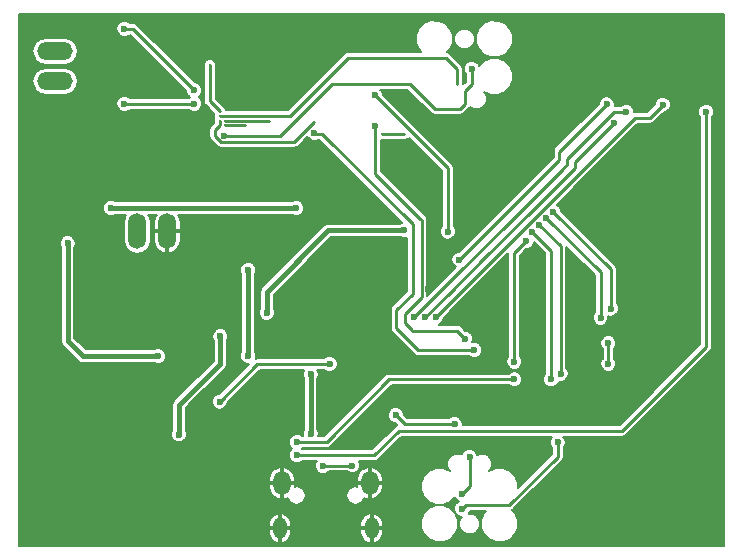
<source format=gbl>
G04 #@! TF.FileFunction,Copper,L2,Bot,Signal*
%FSLAX46Y46*%
G04 Gerber Fmt 4.6, Leading zero omitted, Abs format (unit mm)*
G04 Created by KiCad (PCBNEW 4.0.6+dfsg1-1) date Tue Dec 26 18:50:37 2017*
%MOMM*%
%LPD*%
G01*
G04 APERTURE LIST*
%ADD10C,0.100000*%
%ADD11O,1.450000X2.000000*%
%ADD12O,1.150000X1.800000*%
%ADD13O,1.510000X3.010000*%
%ADD14O,3.010000X1.510000*%
%ADD15C,0.600000*%
%ADD16C,0.300000*%
%ADD17C,0.250000*%
%ADD18C,0.400000*%
%ADD19C,0.150000*%
G04 APERTURE END LIST*
D10*
D11*
X50375000Y-177725000D03*
X57825000Y-177725000D03*
D12*
X50225000Y-181525000D03*
X57975000Y-181525000D03*
D13*
X38125000Y-156400000D03*
X40665000Y-156400000D03*
D14*
X31175000Y-143700000D03*
X31175000Y-141160000D03*
D15*
X69480000Y-153300000D03*
X67940000Y-151080000D03*
X68710000Y-174570000D03*
X61710000Y-174570000D03*
X62750000Y-161270000D03*
X63130000Y-157130000D03*
X63120000Y-154610000D03*
D16*
X45520000Y-147030000D03*
X49320000Y-147030000D03*
D15*
X47525000Y-159675000D03*
X47525000Y-166950000D03*
X51600000Y-154430000D03*
X35910000Y-154430000D03*
X39900000Y-166975000D03*
X32225000Y-157400000D03*
X52800000Y-168500000D03*
X52800000Y-173525000D03*
D16*
X45120000Y-146230000D03*
X44280000Y-142330000D03*
D15*
X45170000Y-165280000D03*
X41660000Y-173600000D03*
X60750000Y-156325000D03*
X49100000Y-163300000D03*
X56325000Y-176225000D03*
X53850000Y-176250000D03*
X54425000Y-167650000D03*
X45100000Y-170825000D03*
D16*
X65190000Y-143920000D03*
X45120000Y-146630000D03*
X48860000Y-146630000D03*
X45520000Y-147430000D03*
X47270000Y-147430000D03*
D15*
X37040000Y-145600000D03*
X42950000Y-145600000D03*
X37040000Y-139250000D03*
X42950000Y-144460000D03*
X86290000Y-146290000D03*
X51650000Y-175340000D03*
X65000000Y-172730000D03*
X60020000Y-171960000D03*
X77875000Y-145650000D03*
X65400000Y-158800000D03*
X79550000Y-146300000D03*
X61575000Y-163675000D03*
X78475000Y-147250000D03*
X62525000Y-163675000D03*
X82625000Y-145675000D03*
X63400000Y-163675000D03*
X58250000Y-147450000D03*
X65875000Y-165475000D03*
X53100000Y-148050000D03*
X66675000Y-166450000D03*
X65640000Y-178625000D03*
X66270000Y-175470000D03*
X65640000Y-179895000D03*
X73720000Y-174270000D03*
X70060000Y-168940000D03*
X51660000Y-174240000D03*
X71550000Y-156425000D03*
X73160000Y-168940000D03*
X72150000Y-155850000D03*
X73970000Y-168460000D03*
X58250000Y-144875000D03*
X64425000Y-156425000D03*
X71050000Y-157250000D03*
X70050000Y-167450000D03*
X78020000Y-167620000D03*
X78020000Y-165860000D03*
X72750000Y-155275000D03*
X77350000Y-163725000D03*
X73325000Y-154725000D03*
X78225000Y-162950000D03*
D16*
X45120000Y-147030000D03*
X60720000Y-148160000D03*
X58890000Y-148160000D03*
X53100000Y-147150000D03*
D15*
X66460000Y-142650000D03*
X45480000Y-148310000D03*
D17*
X69480000Y-152620000D02*
X69480000Y-153300000D01*
X67940000Y-151080000D02*
X69480000Y-152620000D01*
X61710000Y-174570000D02*
X68710000Y-174570000D01*
X63130000Y-160890000D02*
X63130000Y-157130000D01*
X62750000Y-161270000D02*
X63130000Y-160890000D01*
X63130000Y-157130000D02*
X63120000Y-157120000D01*
X63120000Y-157120000D02*
X63120000Y-154610000D01*
X46880000Y-147030000D02*
X49320000Y-147030000D01*
X45520000Y-147030000D02*
X46880000Y-147030000D01*
D18*
X47525000Y-166950000D02*
X47525000Y-159675000D01*
X35910000Y-154430000D02*
X51600000Y-154430000D01*
X32225000Y-157400000D02*
X32225000Y-165675000D01*
X33525000Y-166975000D02*
X39900000Y-166975000D01*
X32225000Y-165675000D02*
X33525000Y-166975000D01*
X52800000Y-173525000D02*
X52800000Y-168500000D01*
D17*
X44280000Y-145390000D02*
X44280000Y-142330000D01*
X44280000Y-145390000D02*
X45120000Y-146230000D01*
D18*
X45170000Y-167610000D02*
X45170000Y-165280000D01*
X41660000Y-171120000D02*
X45170000Y-167610000D01*
X41660000Y-173600000D02*
X41660000Y-171120000D01*
X54300000Y-156325000D02*
X60750000Y-156325000D01*
X49100000Y-161525000D02*
X54300000Y-156325000D01*
X49100000Y-163300000D02*
X49100000Y-161525000D01*
D17*
X53875000Y-176225000D02*
X56325000Y-176225000D01*
X53850000Y-176250000D02*
X53875000Y-176225000D01*
X54425000Y-167650000D02*
X48275000Y-167650000D01*
X48275000Y-167650000D02*
X45100000Y-170825000D01*
X48860000Y-146630000D02*
X51060000Y-146630000D01*
X65190000Y-142630000D02*
X65190000Y-143920000D01*
X64260000Y-141700000D02*
X65190000Y-142630000D01*
X55990000Y-141700000D02*
X64260000Y-141700000D01*
X51060000Y-146630000D02*
X55990000Y-141700000D01*
X47110000Y-146630000D02*
X48860000Y-146630000D01*
X45920000Y-146630000D02*
X47110000Y-146630000D01*
X45920000Y-146630000D02*
X45120000Y-146630000D01*
X47270000Y-147430000D02*
X45520000Y-147430000D01*
X42950000Y-145600000D02*
X37040000Y-145600000D01*
X37740000Y-139250000D02*
X37040000Y-139250000D01*
X42950000Y-144460000D02*
X37740000Y-139250000D01*
X86290000Y-166180000D02*
X86290000Y-146290000D01*
X79190000Y-173280000D02*
X86290000Y-166180000D01*
X60270000Y-173280000D02*
X79190000Y-173280000D01*
X58210000Y-175340000D02*
X60270000Y-173280000D01*
X51650000Y-175340000D02*
X58210000Y-175340000D01*
X60790000Y-172730000D02*
X65000000Y-172730000D01*
X60020000Y-171960000D02*
X60790000Y-172730000D01*
X73875000Y-149650000D02*
X77875000Y-145650000D01*
X73875000Y-150325000D02*
X73875000Y-149650000D01*
X68075000Y-156125000D02*
X73875000Y-150325000D01*
X65400000Y-158800000D02*
X68075000Y-156125000D01*
X78475000Y-146300000D02*
X79550000Y-146300000D01*
X74525000Y-150250000D02*
X78475000Y-146300000D01*
X74525000Y-150725000D02*
X74525000Y-150250000D01*
X74050000Y-151200000D02*
X74525000Y-150725000D01*
X69575000Y-155675000D02*
X74050000Y-151200000D01*
X65225000Y-160025000D02*
X69575000Y-155675000D01*
X61575000Y-163675000D02*
X65225000Y-160025000D01*
X75200000Y-150525000D02*
X78475000Y-147250000D01*
X75200000Y-151000000D02*
X75200000Y-150525000D01*
X74925000Y-151275000D02*
X75200000Y-151000000D01*
X71650000Y-154550000D02*
X74925000Y-151275000D01*
X67525000Y-158675000D02*
X71650000Y-154550000D01*
X64575000Y-161625000D02*
X67525000Y-158675000D01*
X62525000Y-163675000D02*
X64575000Y-161625000D01*
X81500000Y-146800000D02*
X82625000Y-145675000D01*
X80275000Y-146800000D02*
X81500000Y-146800000D01*
X78650000Y-148425000D02*
X80275000Y-146800000D01*
X75775000Y-151300000D02*
X78650000Y-148425000D01*
X73250000Y-153825000D02*
X75775000Y-151300000D01*
X70350000Y-156725000D02*
X73250000Y-153825000D01*
X66525000Y-160550000D02*
X70350000Y-156725000D01*
X64525000Y-162550000D02*
X66525000Y-160550000D01*
X63400000Y-163675000D02*
X64525000Y-162550000D01*
X61387500Y-164762500D02*
X61425000Y-164800000D01*
X65200000Y-164800000D02*
X65875000Y-165475000D01*
X61425000Y-164800000D02*
X65200000Y-164800000D01*
X61387500Y-164762500D02*
X60800000Y-164175000D01*
X60800000Y-164175000D02*
X60800000Y-164050000D01*
X60800000Y-163400000D02*
X60800000Y-164050000D01*
X62050000Y-155325000D02*
X62200000Y-155475000D01*
X58250000Y-147450000D02*
X58250000Y-150525000D01*
X58250000Y-150525000D02*
X58250000Y-151525000D01*
X58250000Y-151525000D02*
X62050000Y-155325000D01*
X62200000Y-162000000D02*
X60800000Y-163400000D01*
X62200000Y-161975000D02*
X62200000Y-162000000D01*
X62200000Y-155475000D02*
X62200000Y-161975000D01*
X53765000Y-148140000D02*
X61437500Y-155812500D01*
X53190000Y-148140000D02*
X53765000Y-148140000D01*
X53100000Y-148050000D02*
X53190000Y-148140000D01*
X61437500Y-155812500D02*
X61500000Y-155875000D01*
X61500000Y-155875000D02*
X61500000Y-161675000D01*
X61925000Y-166450000D02*
X66675000Y-166450000D01*
X61500000Y-161675000D02*
X60075000Y-163100000D01*
X60075000Y-164600000D02*
X61150000Y-165675000D01*
X60075000Y-164550000D02*
X60075000Y-164600000D01*
X60075000Y-163100000D02*
X60075000Y-164550000D01*
X61150000Y-165675000D02*
X61925000Y-166450000D01*
X61500000Y-161675000D02*
X61500000Y-161700000D01*
X61437500Y-155812500D02*
X61475000Y-155850000D01*
X66270000Y-177995000D02*
X66270000Y-175470000D01*
X66270000Y-177995000D02*
X65640000Y-178625000D01*
X73720000Y-175480000D02*
X73720000Y-174270000D01*
X69620000Y-179580000D02*
X73720000Y-175480000D01*
X65955000Y-179580000D02*
X69620000Y-179580000D01*
X65955000Y-179580000D02*
X65640000Y-179895000D01*
X59470000Y-168940000D02*
X70060000Y-168940000D01*
X54170000Y-174240000D02*
X59470000Y-168940000D01*
X51660000Y-174240000D02*
X54170000Y-174240000D01*
X73160000Y-158035000D02*
X73160000Y-168940000D01*
X73160000Y-158035000D02*
X71550000Y-156425000D01*
X73970000Y-157670000D02*
X73970000Y-168460000D01*
X73970000Y-157670000D02*
X72150000Y-155850000D01*
X64425000Y-151050000D02*
X58250000Y-144875000D01*
X64425000Y-156425000D02*
X64425000Y-151050000D01*
X70050000Y-158250000D02*
X71050000Y-157250000D01*
X70050000Y-167450000D02*
X70050000Y-158250000D01*
X78020000Y-165860000D02*
X78020000Y-167620000D01*
X77350000Y-159875000D02*
X72750000Y-155275000D01*
X77350000Y-163725000D02*
X77350000Y-159875000D01*
X78225000Y-159625000D02*
X73325000Y-154725000D01*
X78225000Y-162950000D02*
X78225000Y-159625000D01*
X58890000Y-148160000D02*
X60720000Y-148160000D01*
X51440000Y-148810000D02*
X53100000Y-147150000D01*
X45240000Y-148810000D02*
X51440000Y-148810000D01*
X44720000Y-148290000D02*
X45240000Y-148810000D01*
X44720000Y-147830000D02*
X44720000Y-148290000D01*
X45120000Y-147430000D02*
X44720000Y-147830000D01*
X45120000Y-147430000D02*
X45120000Y-147030000D01*
X66460000Y-143920000D02*
X66460000Y-142650000D01*
X65870000Y-144510000D02*
X66460000Y-143920000D01*
X65870000Y-145590000D02*
X65870000Y-144510000D01*
X65420000Y-146040000D02*
X65870000Y-145590000D01*
X63330000Y-146040000D02*
X65420000Y-146040000D01*
X61180000Y-143890000D02*
X63330000Y-146040000D01*
X54640000Y-143890000D02*
X61180000Y-143890000D01*
X50220000Y-148310000D02*
X54640000Y-143890000D01*
X48960000Y-148310000D02*
X50220000Y-148310000D01*
X45480000Y-148310000D02*
X48960000Y-148310000D01*
D19*
G36*
X87820000Y-183020000D02*
X28080000Y-183020000D01*
X28080000Y-181600000D01*
X49275000Y-181600000D01*
X49275000Y-181925000D01*
X49376016Y-182282840D01*
X49606282Y-182574784D01*
X49930742Y-182756386D01*
X50002774Y-182773643D01*
X50150000Y-182702959D01*
X50150000Y-181600000D01*
X50300000Y-181600000D01*
X50300000Y-182702959D01*
X50447226Y-182773643D01*
X50519258Y-182756386D01*
X50843718Y-182574784D01*
X51073984Y-182282840D01*
X51175000Y-181925000D01*
X51175000Y-181600000D01*
X57025000Y-181600000D01*
X57025000Y-181925000D01*
X57126016Y-182282840D01*
X57356282Y-182574784D01*
X57680742Y-182756386D01*
X57752774Y-182773643D01*
X57900000Y-182702959D01*
X57900000Y-181600000D01*
X58050000Y-181600000D01*
X58050000Y-182702959D01*
X58197226Y-182773643D01*
X58269258Y-182756386D01*
X58593718Y-182574784D01*
X58823984Y-182282840D01*
X58925000Y-181925000D01*
X58925000Y-181600000D01*
X58050000Y-181600000D01*
X57900000Y-181600000D01*
X57025000Y-181600000D01*
X51175000Y-181600000D01*
X50300000Y-181600000D01*
X50150000Y-181600000D01*
X49275000Y-181600000D01*
X28080000Y-181600000D01*
X28080000Y-181474427D01*
X62172280Y-181474427D01*
X62409647Y-182048900D01*
X62848788Y-182488808D01*
X63422846Y-182727178D01*
X64044427Y-182727720D01*
X64618900Y-182490353D01*
X65058808Y-182051212D01*
X65297178Y-181477154D01*
X65297720Y-180855573D01*
X65060353Y-180281100D01*
X64621212Y-179841192D01*
X64047154Y-179602822D01*
X63425573Y-179602280D01*
X62851100Y-179839647D01*
X62411192Y-180278788D01*
X62172822Y-180852846D01*
X62172280Y-181474427D01*
X28080000Y-181474427D01*
X28080000Y-181125000D01*
X49275000Y-181125000D01*
X49275000Y-181450000D01*
X50150000Y-181450000D01*
X50150000Y-180347041D01*
X50300000Y-180347041D01*
X50300000Y-181450000D01*
X51175000Y-181450000D01*
X51175000Y-181125000D01*
X57025000Y-181125000D01*
X57025000Y-181450000D01*
X57900000Y-181450000D01*
X57900000Y-180347041D01*
X58050000Y-180347041D01*
X58050000Y-181450000D01*
X58925000Y-181450000D01*
X58925000Y-181125000D01*
X58823984Y-180767160D01*
X58593718Y-180475216D01*
X58269258Y-180293614D01*
X58197226Y-180276357D01*
X58050000Y-180347041D01*
X57900000Y-180347041D01*
X57752774Y-180276357D01*
X57680742Y-180293614D01*
X57356282Y-180475216D01*
X57126016Y-180767160D01*
X57025000Y-181125000D01*
X51175000Y-181125000D01*
X51073984Y-180767160D01*
X50843718Y-180475216D01*
X50519258Y-180293614D01*
X50447226Y-180276357D01*
X50300000Y-180347041D01*
X50150000Y-180347041D01*
X50002774Y-180276357D01*
X49930742Y-180293614D01*
X49606282Y-180475216D01*
X49376016Y-180767160D01*
X49275000Y-181125000D01*
X28080000Y-181125000D01*
X28080000Y-177800000D01*
X49275000Y-177800000D01*
X49275000Y-178075000D01*
X49387434Y-178490243D01*
X49650216Y-178830851D01*
X50023340Y-179044969D01*
X50129246Y-179072196D01*
X50300000Y-179003451D01*
X50300000Y-177800000D01*
X50450000Y-177800000D01*
X50450000Y-179003451D01*
X50620754Y-179072196D01*
X50726660Y-179044969D01*
X50849496Y-178974480D01*
X50868810Y-179071580D01*
X51036809Y-179323008D01*
X51288237Y-179491007D01*
X51584817Y-179550000D01*
X51615183Y-179550000D01*
X51911763Y-179491007D01*
X52163191Y-179323008D01*
X52331190Y-179071580D01*
X52390183Y-178775000D01*
X55809817Y-178775000D01*
X55868810Y-179071580D01*
X56036809Y-179323008D01*
X56288237Y-179491007D01*
X56584817Y-179550000D01*
X56615183Y-179550000D01*
X56911763Y-179491007D01*
X57163191Y-179323008D01*
X57331190Y-179071580D01*
X57350504Y-178974480D01*
X57473340Y-179044969D01*
X57579246Y-179072196D01*
X57750000Y-179003451D01*
X57750000Y-177800000D01*
X57900000Y-177800000D01*
X57900000Y-179003451D01*
X58070754Y-179072196D01*
X58176660Y-179044969D01*
X58549784Y-178830851D01*
X58812566Y-178490243D01*
X58925000Y-178075000D01*
X58925000Y-177800000D01*
X57900000Y-177800000D01*
X57750000Y-177800000D01*
X56725000Y-177800000D01*
X56725000Y-178021844D01*
X56615183Y-178000000D01*
X56584817Y-178000000D01*
X56288237Y-178058993D01*
X56036809Y-178226992D01*
X55868810Y-178478420D01*
X55809817Y-178775000D01*
X52390183Y-178775000D01*
X52331190Y-178478420D01*
X52163191Y-178226992D01*
X51911763Y-178058993D01*
X51615183Y-178000000D01*
X51584817Y-178000000D01*
X51475000Y-178021844D01*
X51475000Y-177800000D01*
X50450000Y-177800000D01*
X50300000Y-177800000D01*
X49275000Y-177800000D01*
X28080000Y-177800000D01*
X28080000Y-177375000D01*
X49275000Y-177375000D01*
X49275000Y-177650000D01*
X50300000Y-177650000D01*
X50300000Y-176446549D01*
X50450000Y-176446549D01*
X50450000Y-177650000D01*
X51475000Y-177650000D01*
X51475000Y-177375000D01*
X56725000Y-177375000D01*
X56725000Y-177650000D01*
X57750000Y-177650000D01*
X57750000Y-176446549D01*
X57900000Y-176446549D01*
X57900000Y-177650000D01*
X58925000Y-177650000D01*
X58925000Y-177375000D01*
X58812566Y-176959757D01*
X58549784Y-176619149D01*
X58176660Y-176405031D01*
X58070754Y-176377804D01*
X57900000Y-176446549D01*
X57750000Y-176446549D01*
X57579246Y-176377804D01*
X57473340Y-176405031D01*
X57100216Y-176619149D01*
X56837434Y-176959757D01*
X56725000Y-177375000D01*
X51475000Y-177375000D01*
X51362566Y-176959757D01*
X51099784Y-176619149D01*
X50726660Y-176405031D01*
X50620754Y-176377804D01*
X50450000Y-176446549D01*
X50300000Y-176446549D01*
X50129246Y-176377804D01*
X50023340Y-176405031D01*
X49650216Y-176619149D01*
X49387434Y-176959757D01*
X49275000Y-177375000D01*
X28080000Y-177375000D01*
X28080000Y-173733677D01*
X40984883Y-173733677D01*
X41087429Y-173981857D01*
X41277144Y-174171903D01*
X41525145Y-174274883D01*
X41793677Y-174275117D01*
X42041857Y-174172571D01*
X42231903Y-173982856D01*
X42334883Y-173734855D01*
X42335117Y-173466323D01*
X42235000Y-173224022D01*
X42235000Y-171358172D01*
X42634495Y-170958677D01*
X44424883Y-170958677D01*
X44527429Y-171206857D01*
X44717144Y-171396903D01*
X44965145Y-171499883D01*
X45233677Y-171500117D01*
X45481857Y-171397571D01*
X45671903Y-171207856D01*
X45774883Y-170959855D01*
X45774973Y-170857133D01*
X48482106Y-168150000D01*
X52214454Y-168150000D01*
X52125117Y-168365145D01*
X52124883Y-168633677D01*
X52225000Y-168875978D01*
X52225000Y-173149602D01*
X52125117Y-173390145D01*
X52124883Y-173658677D01*
X52158485Y-173740000D01*
X52114634Y-173740000D01*
X52042856Y-173668097D01*
X51794855Y-173565117D01*
X51526323Y-173564883D01*
X51278143Y-173667429D01*
X51088097Y-173857144D01*
X50985117Y-174105145D01*
X50984883Y-174373677D01*
X51087429Y-174621857D01*
X51250414Y-174785127D01*
X51078097Y-174957144D01*
X50975117Y-175205145D01*
X50974883Y-175473677D01*
X51077429Y-175721857D01*
X51267144Y-175911903D01*
X51515145Y-176014883D01*
X51783677Y-176015117D01*
X52031857Y-175912571D01*
X52104555Y-175840000D01*
X53305288Y-175840000D01*
X53278097Y-175867144D01*
X53175117Y-176115145D01*
X53174883Y-176383677D01*
X53277429Y-176631857D01*
X53467144Y-176821903D01*
X53715145Y-176924883D01*
X53983677Y-176925117D01*
X54231857Y-176822571D01*
X54329598Y-176725000D01*
X55870366Y-176725000D01*
X55942144Y-176796903D01*
X56190145Y-176899883D01*
X56458677Y-176900117D01*
X56706857Y-176797571D01*
X56896903Y-176607856D01*
X56999883Y-176359855D01*
X57000117Y-176091323D01*
X56897571Y-175843143D01*
X56894433Y-175840000D01*
X58210000Y-175840000D01*
X58401342Y-175801940D01*
X58563553Y-175693553D01*
X60477106Y-173780000D01*
X73255428Y-173780000D01*
X73148097Y-173887144D01*
X73045117Y-174135145D01*
X73044883Y-174403677D01*
X73147429Y-174651857D01*
X73220000Y-174724555D01*
X73220000Y-175272893D01*
X70377341Y-178115553D01*
X70377720Y-177680573D01*
X70140353Y-177106100D01*
X69701212Y-176666192D01*
X69127154Y-176427822D01*
X68505573Y-176427280D01*
X67950049Y-176656818D01*
X68028374Y-176578629D01*
X68161148Y-176258873D01*
X68161451Y-175912646D01*
X68029234Y-175592659D01*
X67784629Y-175347626D01*
X67464873Y-175214852D01*
X67118646Y-175214549D01*
X66927445Y-175293552D01*
X66842571Y-175088143D01*
X66652856Y-174898097D01*
X66404855Y-174795117D01*
X66136323Y-174794883D01*
X65888143Y-174897429D01*
X65698097Y-175087144D01*
X65613861Y-175290005D01*
X65432873Y-175214852D01*
X65086646Y-175214549D01*
X64766659Y-175346766D01*
X64521626Y-175591371D01*
X64388852Y-175911127D01*
X64388549Y-176257354D01*
X64520766Y-176577341D01*
X64601143Y-176657859D01*
X64047154Y-176427822D01*
X63425573Y-176427280D01*
X62851100Y-176664647D01*
X62411192Y-177103788D01*
X62172822Y-177677846D01*
X62172280Y-178299427D01*
X62409647Y-178873900D01*
X62848788Y-179313808D01*
X63422846Y-179552178D01*
X64044427Y-179552720D01*
X64618900Y-179315353D01*
X65026694Y-178908270D01*
X65067429Y-179006857D01*
X65257144Y-179196903D01*
X65409165Y-179260028D01*
X65258143Y-179322429D01*
X65068097Y-179512144D01*
X64965117Y-179760145D01*
X64964883Y-180028677D01*
X65067429Y-180276857D01*
X65257144Y-180466903D01*
X65505145Y-180569883D01*
X65639175Y-180570000D01*
X65537626Y-180671371D01*
X65404852Y-180991127D01*
X65404549Y-181337354D01*
X65536766Y-181657341D01*
X65781371Y-181902374D01*
X66101127Y-182035148D01*
X66447354Y-182035451D01*
X66767341Y-181903234D01*
X67012374Y-181658629D01*
X67145148Y-181338873D01*
X67145451Y-180992646D01*
X67013234Y-180672659D01*
X66768629Y-180427626D01*
X66448873Y-180294852D01*
X66195100Y-180294630D01*
X66211903Y-180277856D01*
X66294061Y-180080000D01*
X67690327Y-180080000D01*
X67491192Y-180278788D01*
X67252822Y-180852846D01*
X67252280Y-181474427D01*
X67489647Y-182048900D01*
X67928788Y-182488808D01*
X68502846Y-182727178D01*
X69124427Y-182727720D01*
X69698900Y-182490353D01*
X70138808Y-182051212D01*
X70377178Y-181477154D01*
X70377720Y-180855573D01*
X70140353Y-180281100D01*
X69865491Y-180005758D01*
X69973553Y-179933553D01*
X74073554Y-175833553D01*
X74146086Y-175725001D01*
X74181940Y-175671342D01*
X74220000Y-175480000D01*
X74220000Y-174724634D01*
X74291903Y-174652856D01*
X74394883Y-174404855D01*
X74395117Y-174136323D01*
X74292571Y-173888143D01*
X74184616Y-173780000D01*
X79190000Y-173780000D01*
X79381342Y-173741940D01*
X79543553Y-173633553D01*
X86643553Y-166533554D01*
X86751940Y-166371342D01*
X86771080Y-166275117D01*
X86790000Y-166180000D01*
X86790000Y-146744634D01*
X86861903Y-146672856D01*
X86964883Y-146424855D01*
X86965117Y-146156323D01*
X86862571Y-145908143D01*
X86672856Y-145718097D01*
X86424855Y-145615117D01*
X86156323Y-145614883D01*
X85908143Y-145717429D01*
X85718097Y-145907144D01*
X85615117Y-146155145D01*
X85614883Y-146423677D01*
X85717429Y-146671857D01*
X85790000Y-146744555D01*
X85790000Y-165972893D01*
X78982894Y-172780000D01*
X65674957Y-172780000D01*
X65675117Y-172596323D01*
X65572571Y-172348143D01*
X65382856Y-172158097D01*
X65134855Y-172055117D01*
X64866323Y-172054883D01*
X64618143Y-172157429D01*
X64545445Y-172230000D01*
X60997107Y-172230000D01*
X60695028Y-171927922D01*
X60695117Y-171826323D01*
X60592571Y-171578143D01*
X60402856Y-171388097D01*
X60154855Y-171285117D01*
X59886323Y-171284883D01*
X59638143Y-171387429D01*
X59448097Y-171577144D01*
X59345117Y-171825145D01*
X59344883Y-172093677D01*
X59447429Y-172341857D01*
X59637144Y-172531903D01*
X59885145Y-172634883D01*
X59987866Y-172634973D01*
X60155641Y-172802747D01*
X60078658Y-172818060D01*
X59916447Y-172926447D01*
X58002894Y-174840000D01*
X52104634Y-174840000D01*
X52059586Y-174794873D01*
X52114555Y-174740000D01*
X54170000Y-174740000D01*
X54361342Y-174701940D01*
X54523553Y-174593553D01*
X59677106Y-169440000D01*
X69605366Y-169440000D01*
X69677144Y-169511903D01*
X69925145Y-169614883D01*
X70193677Y-169615117D01*
X70441857Y-169512571D01*
X70631903Y-169322856D01*
X70734883Y-169074855D01*
X70735117Y-168806323D01*
X70632571Y-168558143D01*
X70442856Y-168368097D01*
X70194855Y-168265117D01*
X69926323Y-168264883D01*
X69678143Y-168367429D01*
X69605445Y-168440000D01*
X59470000Y-168440000D01*
X59278658Y-168478060D01*
X59116447Y-168586447D01*
X53962894Y-173740000D01*
X53441604Y-173740000D01*
X53474883Y-173659855D01*
X53475117Y-173391323D01*
X53375000Y-173149022D01*
X53375000Y-168875398D01*
X53474883Y-168634855D01*
X53475117Y-168366323D01*
X53385734Y-168150000D01*
X53970366Y-168150000D01*
X54042144Y-168221903D01*
X54290145Y-168324883D01*
X54558677Y-168325117D01*
X54806857Y-168222571D01*
X54996903Y-168032856D01*
X55099883Y-167784855D01*
X55100117Y-167516323D01*
X54997571Y-167268143D01*
X54807856Y-167078097D01*
X54559855Y-166975117D01*
X54291323Y-166974883D01*
X54043143Y-167077429D01*
X53970445Y-167150000D01*
X48275000Y-167150000D01*
X48163634Y-167172152D01*
X48199883Y-167084855D01*
X48200117Y-166816323D01*
X48100000Y-166574022D01*
X48100000Y-160050398D01*
X48199883Y-159809855D01*
X48200117Y-159541323D01*
X48097571Y-159293143D01*
X47907856Y-159103097D01*
X47659855Y-159000117D01*
X47391323Y-158999883D01*
X47143143Y-159102429D01*
X46953097Y-159292144D01*
X46850117Y-159540145D01*
X46849883Y-159808677D01*
X46950000Y-160050978D01*
X46950000Y-166574602D01*
X46850117Y-166815145D01*
X46849883Y-167083677D01*
X46952429Y-167331857D01*
X47142144Y-167521903D01*
X47390145Y-167624883D01*
X47592834Y-167625060D01*
X45067922Y-170149972D01*
X44966323Y-170149883D01*
X44718143Y-170252429D01*
X44528097Y-170442144D01*
X44425117Y-170690145D01*
X44424883Y-170958677D01*
X42634495Y-170958677D01*
X45576587Y-168016586D01*
X45701231Y-167830043D01*
X45745000Y-167610000D01*
X45745000Y-165655398D01*
X45844883Y-165414855D01*
X45845117Y-165146323D01*
X45742571Y-164898143D01*
X45552856Y-164708097D01*
X45304855Y-164605117D01*
X45036323Y-164604883D01*
X44788143Y-164707429D01*
X44598097Y-164897144D01*
X44495117Y-165145145D01*
X44494883Y-165413677D01*
X44595000Y-165655978D01*
X44595000Y-167371827D01*
X41253414Y-170713414D01*
X41128769Y-170899957D01*
X41085000Y-171120000D01*
X41085000Y-173224602D01*
X40985117Y-173465145D01*
X40984883Y-173733677D01*
X28080000Y-173733677D01*
X28080000Y-157533677D01*
X31549883Y-157533677D01*
X31650000Y-157775978D01*
X31650000Y-165675000D01*
X31686372Y-165857856D01*
X31693769Y-165895043D01*
X31818414Y-166081586D01*
X33118414Y-167381587D01*
X33267542Y-167481231D01*
X33304957Y-167506231D01*
X33525000Y-167550000D01*
X39524602Y-167550000D01*
X39765145Y-167649883D01*
X40033677Y-167650117D01*
X40281857Y-167547571D01*
X40471903Y-167357856D01*
X40574883Y-167109855D01*
X40575117Y-166841323D01*
X40472571Y-166593143D01*
X40282856Y-166403097D01*
X40034855Y-166300117D01*
X39766323Y-166299883D01*
X39524022Y-166400000D01*
X33763173Y-166400000D01*
X32800000Y-165436828D01*
X32800000Y-157775398D01*
X32899883Y-157534855D01*
X32900117Y-157266323D01*
X32797571Y-157018143D01*
X32607856Y-156828097D01*
X32359855Y-156725117D01*
X32091323Y-156724883D01*
X31843143Y-156827429D01*
X31653097Y-157017144D01*
X31550117Y-157265145D01*
X31549883Y-157533677D01*
X28080000Y-157533677D01*
X28080000Y-154563677D01*
X35234883Y-154563677D01*
X35337429Y-154811857D01*
X35527144Y-155001903D01*
X35775145Y-155104883D01*
X36043677Y-155105117D01*
X36285978Y-155005000D01*
X37198439Y-155005000D01*
X37081016Y-155180737D01*
X36995000Y-155613169D01*
X36995000Y-157186831D01*
X37081016Y-157619263D01*
X37325969Y-157985862D01*
X37692568Y-158230815D01*
X38125000Y-158316831D01*
X38557432Y-158230815D01*
X38924031Y-157985862D01*
X39168984Y-157619263D01*
X39255000Y-157186831D01*
X39255000Y-156475000D01*
X39535000Y-156475000D01*
X39535000Y-157225000D01*
X39649717Y-157651723D01*
X39919002Y-158002064D01*
X40301858Y-158222686D01*
X40414542Y-158251894D01*
X40590000Y-158183532D01*
X40590000Y-156475000D01*
X40740000Y-156475000D01*
X40740000Y-158183532D01*
X40915458Y-158251894D01*
X41028142Y-158222686D01*
X41410998Y-158002064D01*
X41680283Y-157651723D01*
X41795000Y-157225000D01*
X41795000Y-156475000D01*
X40740000Y-156475000D01*
X40590000Y-156475000D01*
X39535000Y-156475000D01*
X39255000Y-156475000D01*
X39255000Y-155613169D01*
X39168984Y-155180737D01*
X39051561Y-155005000D01*
X39759845Y-155005000D01*
X39649717Y-155148277D01*
X39535000Y-155575000D01*
X39535000Y-156325000D01*
X40590000Y-156325000D01*
X40590000Y-156305000D01*
X40740000Y-156305000D01*
X40740000Y-156325000D01*
X41795000Y-156325000D01*
X41795000Y-155575000D01*
X41680283Y-155148277D01*
X41570155Y-155005000D01*
X51224602Y-155005000D01*
X51465145Y-155104883D01*
X51733677Y-155105117D01*
X51981857Y-155002571D01*
X52171903Y-154812856D01*
X52274883Y-154564855D01*
X52275117Y-154296323D01*
X52172571Y-154048143D01*
X51982856Y-153858097D01*
X51734855Y-153755117D01*
X51466323Y-153754883D01*
X51224022Y-153855000D01*
X36285398Y-153855000D01*
X36044855Y-153755117D01*
X35776323Y-153754883D01*
X35528143Y-153857429D01*
X35338097Y-154047144D01*
X35235117Y-154295145D01*
X35234883Y-154563677D01*
X28080000Y-154563677D01*
X28080000Y-143700000D01*
X29258169Y-143700000D01*
X29344185Y-144132432D01*
X29589138Y-144499031D01*
X29955737Y-144743984D01*
X30388169Y-144830000D01*
X31961831Y-144830000D01*
X32394263Y-144743984D01*
X32760862Y-144499031D01*
X33005815Y-144132432D01*
X33091831Y-143700000D01*
X33005815Y-143267568D01*
X32760862Y-142900969D01*
X32394263Y-142656016D01*
X31961831Y-142570000D01*
X30388169Y-142570000D01*
X29955737Y-142656016D01*
X29589138Y-142900969D01*
X29344185Y-143267568D01*
X29258169Y-143700000D01*
X28080000Y-143700000D01*
X28080000Y-141160000D01*
X29258169Y-141160000D01*
X29344185Y-141592432D01*
X29589138Y-141959031D01*
X29955737Y-142203984D01*
X30388169Y-142290000D01*
X31961831Y-142290000D01*
X32394263Y-142203984D01*
X32760862Y-141959031D01*
X33005815Y-141592432D01*
X33091831Y-141160000D01*
X33005815Y-140727568D01*
X32760862Y-140360969D01*
X32394263Y-140116016D01*
X31961831Y-140030000D01*
X30388169Y-140030000D01*
X29955737Y-140116016D01*
X29589138Y-140360969D01*
X29344185Y-140727568D01*
X29258169Y-141160000D01*
X28080000Y-141160000D01*
X28080000Y-139383677D01*
X36364883Y-139383677D01*
X36467429Y-139631857D01*
X36657144Y-139821903D01*
X36905145Y-139924883D01*
X37173677Y-139925117D01*
X37421857Y-139822571D01*
X37494555Y-139750000D01*
X37532894Y-139750000D01*
X42274972Y-144492078D01*
X42274883Y-144593677D01*
X42377429Y-144841857D01*
X42565406Y-145030162D01*
X42495445Y-145100000D01*
X37494634Y-145100000D01*
X37422856Y-145028097D01*
X37174855Y-144925117D01*
X36906323Y-144924883D01*
X36658143Y-145027429D01*
X36468097Y-145217144D01*
X36365117Y-145465145D01*
X36364883Y-145733677D01*
X36467429Y-145981857D01*
X36657144Y-146171903D01*
X36905145Y-146274883D01*
X37173677Y-146275117D01*
X37421857Y-146172571D01*
X37494555Y-146100000D01*
X42495366Y-146100000D01*
X42567144Y-146171903D01*
X42815145Y-146274883D01*
X43083677Y-146275117D01*
X43331857Y-146172571D01*
X43521903Y-145982856D01*
X43624883Y-145734855D01*
X43625117Y-145466323D01*
X43522571Y-145218143D01*
X43334594Y-145029838D01*
X43521903Y-144842856D01*
X43624883Y-144594855D01*
X43625117Y-144326323D01*
X43522571Y-144078143D01*
X43332856Y-143888097D01*
X43084855Y-143785117D01*
X42982134Y-143785027D01*
X41631078Y-142433971D01*
X43754909Y-142433971D01*
X43780000Y-142494696D01*
X43780000Y-145390000D01*
X43811849Y-145550117D01*
X43818060Y-145581342D01*
X43926447Y-145743553D01*
X44628221Y-146445328D01*
X44595092Y-146525113D01*
X44594909Y-146733971D01*
X44634587Y-146829998D01*
X44595092Y-146925113D01*
X44594909Y-147133971D01*
X44620000Y-147194696D01*
X44620000Y-147222893D01*
X44366447Y-147476447D01*
X44258060Y-147638658D01*
X44220000Y-147830000D01*
X44220000Y-148290000D01*
X44253108Y-148456447D01*
X44258060Y-148481342D01*
X44366447Y-148643553D01*
X44886447Y-149163553D01*
X45048658Y-149271940D01*
X45240000Y-149310000D01*
X51440000Y-149310000D01*
X51631342Y-149271940D01*
X51793553Y-149163553D01*
X52526792Y-148430315D01*
X52527429Y-148431857D01*
X52717144Y-148621903D01*
X52965145Y-148724883D01*
X53233677Y-148725117D01*
X53439676Y-148640000D01*
X53557894Y-148640000D01*
X60581970Y-155664077D01*
X60374022Y-155750000D01*
X54300000Y-155750000D01*
X54079957Y-155793769D01*
X53893414Y-155918413D01*
X48693414Y-161118414D01*
X48568769Y-161304957D01*
X48525000Y-161525000D01*
X48525000Y-162924602D01*
X48425117Y-163165145D01*
X48424883Y-163433677D01*
X48527429Y-163681857D01*
X48717144Y-163871903D01*
X48965145Y-163974883D01*
X49233677Y-163975117D01*
X49481857Y-163872571D01*
X49671903Y-163682856D01*
X49774883Y-163434855D01*
X49775117Y-163166323D01*
X49675000Y-162924022D01*
X49675000Y-161763172D01*
X54538173Y-156900000D01*
X60374602Y-156900000D01*
X60615145Y-156999883D01*
X60883677Y-157000117D01*
X61000000Y-156952053D01*
X61000000Y-161467893D01*
X59721447Y-162746447D01*
X59613060Y-162908658D01*
X59575000Y-163100000D01*
X59575000Y-164600000D01*
X59604592Y-164748769D01*
X59613060Y-164791342D01*
X59721447Y-164953553D01*
X60796447Y-166028554D01*
X60796450Y-166028556D01*
X61571447Y-166803554D01*
X61626210Y-166840145D01*
X61733658Y-166911940D01*
X61925000Y-166950000D01*
X66220366Y-166950000D01*
X66292144Y-167021903D01*
X66540145Y-167124883D01*
X66808677Y-167125117D01*
X67056857Y-167022571D01*
X67246903Y-166832856D01*
X67349883Y-166584855D01*
X67350117Y-166316323D01*
X67247571Y-166068143D01*
X67057856Y-165878097D01*
X66809855Y-165775117D01*
X66541323Y-165774883D01*
X66468937Y-165804792D01*
X66549883Y-165609855D01*
X66550117Y-165341323D01*
X66447571Y-165093143D01*
X66257856Y-164903097D01*
X66009855Y-164800117D01*
X65907133Y-164800027D01*
X65553553Y-164446447D01*
X65391342Y-164338060D01*
X65200000Y-164300000D01*
X63654969Y-164300000D01*
X63781857Y-164247571D01*
X63971903Y-164057856D01*
X64074883Y-163809855D01*
X64074973Y-163707134D01*
X64878553Y-162903554D01*
X64878555Y-162903551D01*
X69554443Y-158227663D01*
X69550000Y-158250000D01*
X69550000Y-166995366D01*
X69478097Y-167067144D01*
X69375117Y-167315145D01*
X69374883Y-167583677D01*
X69477429Y-167831857D01*
X69667144Y-168021903D01*
X69915145Y-168124883D01*
X70183677Y-168125117D01*
X70431857Y-168022571D01*
X70621903Y-167832856D01*
X70724883Y-167584855D01*
X70725117Y-167316323D01*
X70622571Y-167068143D01*
X70550000Y-166995445D01*
X70550000Y-158457106D01*
X71082078Y-157925028D01*
X71183677Y-157925117D01*
X71431857Y-157822571D01*
X71621903Y-157632856D01*
X71724883Y-157384855D01*
X71724951Y-157307057D01*
X72660000Y-158242107D01*
X72660000Y-168485366D01*
X72588097Y-168557144D01*
X72485117Y-168805145D01*
X72484883Y-169073677D01*
X72587429Y-169321857D01*
X72777144Y-169511903D01*
X73025145Y-169614883D01*
X73293677Y-169615117D01*
X73541857Y-169512571D01*
X73731903Y-169322856D01*
X73813661Y-169125962D01*
X73835145Y-169134883D01*
X74103677Y-169135117D01*
X74351857Y-169032571D01*
X74541903Y-168842856D01*
X74644883Y-168594855D01*
X74645117Y-168326323D01*
X74542571Y-168078143D01*
X74470000Y-168005445D01*
X74470000Y-165993677D01*
X77344883Y-165993677D01*
X77447429Y-166241857D01*
X77520000Y-166314555D01*
X77520000Y-167165366D01*
X77448097Y-167237144D01*
X77345117Y-167485145D01*
X77344883Y-167753677D01*
X77447429Y-168001857D01*
X77637144Y-168191903D01*
X77885145Y-168294883D01*
X78153677Y-168295117D01*
X78401857Y-168192571D01*
X78591903Y-168002856D01*
X78694883Y-167754855D01*
X78695117Y-167486323D01*
X78592571Y-167238143D01*
X78520000Y-167165445D01*
X78520000Y-166314634D01*
X78591903Y-166242856D01*
X78694883Y-165994855D01*
X78695117Y-165726323D01*
X78592571Y-165478143D01*
X78402856Y-165288097D01*
X78154855Y-165185117D01*
X77886323Y-165184883D01*
X77638143Y-165287429D01*
X77448097Y-165477144D01*
X77345117Y-165725145D01*
X77344883Y-165993677D01*
X74470000Y-165993677D01*
X74470000Y-157702106D01*
X76850000Y-160082107D01*
X76850000Y-163270366D01*
X76778097Y-163342144D01*
X76675117Y-163590145D01*
X76674883Y-163858677D01*
X76777429Y-164106857D01*
X76967144Y-164296903D01*
X77215145Y-164399883D01*
X77483677Y-164400117D01*
X77731857Y-164297571D01*
X77921903Y-164107856D01*
X78024883Y-163859855D01*
X78025111Y-163597878D01*
X78090145Y-163624883D01*
X78358677Y-163625117D01*
X78606857Y-163522571D01*
X78796903Y-163332856D01*
X78899883Y-163084855D01*
X78900117Y-162816323D01*
X78797571Y-162568143D01*
X78725000Y-162495445D01*
X78725000Y-159625000D01*
X78686940Y-159433658D01*
X78645676Y-159371903D01*
X78578553Y-159271446D01*
X74000028Y-154692922D01*
X74000117Y-154591323D01*
X73897571Y-154343143D01*
X73707856Y-154153097D01*
X73652143Y-154129963D01*
X76128553Y-151653554D01*
X76128555Y-151653551D01*
X80482106Y-147300000D01*
X81500000Y-147300000D01*
X81691342Y-147261940D01*
X81853553Y-147153553D01*
X82657078Y-146350028D01*
X82758677Y-146350117D01*
X83006857Y-146247571D01*
X83196903Y-146057856D01*
X83299883Y-145809855D01*
X83300117Y-145541323D01*
X83197571Y-145293143D01*
X83007856Y-145103097D01*
X82759855Y-145000117D01*
X82491323Y-144999883D01*
X82243143Y-145102429D01*
X82053097Y-145292144D01*
X81950117Y-145540145D01*
X81950027Y-145642866D01*
X81292894Y-146300000D01*
X80275000Y-146300000D01*
X80224992Y-146309947D01*
X80225117Y-146166323D01*
X80122571Y-145918143D01*
X79932856Y-145728097D01*
X79684855Y-145625117D01*
X79416323Y-145624883D01*
X79168143Y-145727429D01*
X79095445Y-145800000D01*
X78543594Y-145800000D01*
X78549883Y-145784855D01*
X78550117Y-145516323D01*
X78447571Y-145268143D01*
X78257856Y-145078097D01*
X78009855Y-144975117D01*
X77741323Y-144974883D01*
X77493143Y-145077429D01*
X77303097Y-145267144D01*
X77200117Y-145515145D01*
X77200027Y-145617866D01*
X73521447Y-149296447D01*
X73413060Y-149458658D01*
X73375000Y-149650000D01*
X73375000Y-150117893D01*
X67721449Y-155771445D01*
X67721446Y-155771447D01*
X65367922Y-158124972D01*
X65266323Y-158124883D01*
X65018143Y-158227429D01*
X64828097Y-158417144D01*
X64725117Y-158665145D01*
X64724883Y-158933677D01*
X64827429Y-159181857D01*
X65017144Y-159371903D01*
X65125851Y-159417043D01*
X64871450Y-159671444D01*
X64871447Y-159671446D01*
X62700000Y-161842894D01*
X62700000Y-155475000D01*
X62661940Y-155283658D01*
X62553553Y-155121447D01*
X62403556Y-154971450D01*
X62403554Y-154971447D01*
X58750000Y-151317894D01*
X58750000Y-148670328D01*
X58785113Y-148684908D01*
X58993971Y-148685091D01*
X59054696Y-148660000D01*
X60555127Y-148660000D01*
X60615113Y-148684908D01*
X60823971Y-148685091D01*
X61017000Y-148605333D01*
X61145225Y-148477332D01*
X63925000Y-151257107D01*
X63925000Y-155970366D01*
X63853097Y-156042144D01*
X63750117Y-156290145D01*
X63749883Y-156558677D01*
X63852429Y-156806857D01*
X64042144Y-156996903D01*
X64290145Y-157099883D01*
X64558677Y-157100117D01*
X64806857Y-156997571D01*
X64996903Y-156807856D01*
X65099883Y-156559855D01*
X65100117Y-156291323D01*
X64997571Y-156043143D01*
X64925000Y-155970445D01*
X64925000Y-151050000D01*
X64886940Y-150858658D01*
X64853531Y-150808658D01*
X64778554Y-150696447D01*
X58925028Y-144842922D01*
X58925117Y-144741323D01*
X58822571Y-144493143D01*
X58719608Y-144390000D01*
X60972894Y-144390000D01*
X62976446Y-146393553D01*
X63122796Y-146491341D01*
X63138658Y-146501940D01*
X63330000Y-146540000D01*
X65420000Y-146540000D01*
X65611342Y-146501940D01*
X65773553Y-146393553D01*
X66223553Y-145943553D01*
X66279676Y-145859560D01*
X66347371Y-145927374D01*
X66667127Y-146060148D01*
X67013354Y-146060451D01*
X67333341Y-145928234D01*
X67578374Y-145683629D01*
X67711148Y-145363873D01*
X67711451Y-145017646D01*
X67579234Y-144697659D01*
X67498857Y-144617141D01*
X68052846Y-144847178D01*
X68674427Y-144847720D01*
X69248900Y-144610353D01*
X69688808Y-144171212D01*
X69927178Y-143597154D01*
X69927720Y-142975573D01*
X69690353Y-142401100D01*
X69251212Y-141961192D01*
X68677154Y-141722822D01*
X68055573Y-141722280D01*
X67481100Y-141959647D01*
X67073306Y-142366730D01*
X67032571Y-142268143D01*
X66842856Y-142078097D01*
X66594855Y-141975117D01*
X66326323Y-141974883D01*
X66078143Y-142077429D01*
X65888097Y-142267144D01*
X65785117Y-142515145D01*
X65784883Y-142783677D01*
X65887429Y-143031857D01*
X65960000Y-143104555D01*
X65960000Y-143712894D01*
X65714967Y-143957927D01*
X65715091Y-143816029D01*
X65690000Y-143755304D01*
X65690000Y-142630000D01*
X65651940Y-142438658D01*
X65608526Y-142373686D01*
X65543554Y-142276447D01*
X64613553Y-141346447D01*
X64451342Y-141238060D01*
X64380628Y-141223994D01*
X64608808Y-140996212D01*
X64847178Y-140422154D01*
X64847299Y-140282354D01*
X64954549Y-140282354D01*
X65086766Y-140602341D01*
X65331371Y-140847374D01*
X65651127Y-140980148D01*
X65997354Y-140980451D01*
X66317341Y-140848234D01*
X66562374Y-140603629D01*
X66638861Y-140419427D01*
X66802280Y-140419427D01*
X67039647Y-140993900D01*
X67478788Y-141433808D01*
X68052846Y-141672178D01*
X68674427Y-141672720D01*
X69248900Y-141435353D01*
X69688808Y-140996212D01*
X69927178Y-140422154D01*
X69927720Y-139800573D01*
X69690353Y-139226100D01*
X69251212Y-138786192D01*
X68677154Y-138547822D01*
X68055573Y-138547280D01*
X67481100Y-138784647D01*
X67041192Y-139223788D01*
X66802822Y-139797846D01*
X66802280Y-140419427D01*
X66638861Y-140419427D01*
X66695148Y-140283873D01*
X66695451Y-139937646D01*
X66563234Y-139617659D01*
X66318629Y-139372626D01*
X65998873Y-139239852D01*
X65652646Y-139239549D01*
X65332659Y-139371766D01*
X65087626Y-139616371D01*
X64954852Y-139936127D01*
X64954549Y-140282354D01*
X64847299Y-140282354D01*
X64847720Y-139800573D01*
X64610353Y-139226100D01*
X64171212Y-138786192D01*
X63597154Y-138547822D01*
X62975573Y-138547280D01*
X62401100Y-138784647D01*
X61961192Y-139223788D01*
X61722822Y-139797846D01*
X61722280Y-140419427D01*
X61959647Y-140993900D01*
X62165388Y-141200000D01*
X55990000Y-141200000D01*
X55798658Y-141238060D01*
X55636447Y-141346447D01*
X50852894Y-146130000D01*
X49024873Y-146130000D01*
X48964887Y-146105092D01*
X48756029Y-146104909D01*
X48695304Y-146130000D01*
X45645088Y-146130000D01*
X45645091Y-146126029D01*
X45565333Y-145933000D01*
X45417777Y-145785186D01*
X45357096Y-145759989D01*
X44780000Y-145182894D01*
X44780000Y-142494873D01*
X44804908Y-142434887D01*
X44805091Y-142226029D01*
X44725333Y-142033000D01*
X44577777Y-141885186D01*
X44384887Y-141805092D01*
X44176029Y-141804909D01*
X43983000Y-141884667D01*
X43835186Y-142032223D01*
X43755092Y-142225113D01*
X43754909Y-142433971D01*
X41631078Y-142433971D01*
X38093553Y-138896447D01*
X37931342Y-138788060D01*
X37921951Y-138786192D01*
X37740000Y-138750000D01*
X37494634Y-138750000D01*
X37422856Y-138678097D01*
X37174855Y-138575117D01*
X36906323Y-138574883D01*
X36658143Y-138677429D01*
X36468097Y-138867144D01*
X36365117Y-139115145D01*
X36364883Y-139383677D01*
X28080000Y-139383677D01*
X28080000Y-137980000D01*
X87820000Y-137980000D01*
X87820000Y-183020000D01*
X87820000Y-183020000D01*
G37*
X87820000Y-183020000D02*
X28080000Y-183020000D01*
X28080000Y-181600000D01*
X49275000Y-181600000D01*
X49275000Y-181925000D01*
X49376016Y-182282840D01*
X49606282Y-182574784D01*
X49930742Y-182756386D01*
X50002774Y-182773643D01*
X50150000Y-182702959D01*
X50150000Y-181600000D01*
X50300000Y-181600000D01*
X50300000Y-182702959D01*
X50447226Y-182773643D01*
X50519258Y-182756386D01*
X50843718Y-182574784D01*
X51073984Y-182282840D01*
X51175000Y-181925000D01*
X51175000Y-181600000D01*
X57025000Y-181600000D01*
X57025000Y-181925000D01*
X57126016Y-182282840D01*
X57356282Y-182574784D01*
X57680742Y-182756386D01*
X57752774Y-182773643D01*
X57900000Y-182702959D01*
X57900000Y-181600000D01*
X58050000Y-181600000D01*
X58050000Y-182702959D01*
X58197226Y-182773643D01*
X58269258Y-182756386D01*
X58593718Y-182574784D01*
X58823984Y-182282840D01*
X58925000Y-181925000D01*
X58925000Y-181600000D01*
X58050000Y-181600000D01*
X57900000Y-181600000D01*
X57025000Y-181600000D01*
X51175000Y-181600000D01*
X50300000Y-181600000D01*
X50150000Y-181600000D01*
X49275000Y-181600000D01*
X28080000Y-181600000D01*
X28080000Y-181474427D01*
X62172280Y-181474427D01*
X62409647Y-182048900D01*
X62848788Y-182488808D01*
X63422846Y-182727178D01*
X64044427Y-182727720D01*
X64618900Y-182490353D01*
X65058808Y-182051212D01*
X65297178Y-181477154D01*
X65297720Y-180855573D01*
X65060353Y-180281100D01*
X64621212Y-179841192D01*
X64047154Y-179602822D01*
X63425573Y-179602280D01*
X62851100Y-179839647D01*
X62411192Y-180278788D01*
X62172822Y-180852846D01*
X62172280Y-181474427D01*
X28080000Y-181474427D01*
X28080000Y-181125000D01*
X49275000Y-181125000D01*
X49275000Y-181450000D01*
X50150000Y-181450000D01*
X50150000Y-180347041D01*
X50300000Y-180347041D01*
X50300000Y-181450000D01*
X51175000Y-181450000D01*
X51175000Y-181125000D01*
X57025000Y-181125000D01*
X57025000Y-181450000D01*
X57900000Y-181450000D01*
X57900000Y-180347041D01*
X58050000Y-180347041D01*
X58050000Y-181450000D01*
X58925000Y-181450000D01*
X58925000Y-181125000D01*
X58823984Y-180767160D01*
X58593718Y-180475216D01*
X58269258Y-180293614D01*
X58197226Y-180276357D01*
X58050000Y-180347041D01*
X57900000Y-180347041D01*
X57752774Y-180276357D01*
X57680742Y-180293614D01*
X57356282Y-180475216D01*
X57126016Y-180767160D01*
X57025000Y-181125000D01*
X51175000Y-181125000D01*
X51073984Y-180767160D01*
X50843718Y-180475216D01*
X50519258Y-180293614D01*
X50447226Y-180276357D01*
X50300000Y-180347041D01*
X50150000Y-180347041D01*
X50002774Y-180276357D01*
X49930742Y-180293614D01*
X49606282Y-180475216D01*
X49376016Y-180767160D01*
X49275000Y-181125000D01*
X28080000Y-181125000D01*
X28080000Y-177800000D01*
X49275000Y-177800000D01*
X49275000Y-178075000D01*
X49387434Y-178490243D01*
X49650216Y-178830851D01*
X50023340Y-179044969D01*
X50129246Y-179072196D01*
X50300000Y-179003451D01*
X50300000Y-177800000D01*
X50450000Y-177800000D01*
X50450000Y-179003451D01*
X50620754Y-179072196D01*
X50726660Y-179044969D01*
X50849496Y-178974480D01*
X50868810Y-179071580D01*
X51036809Y-179323008D01*
X51288237Y-179491007D01*
X51584817Y-179550000D01*
X51615183Y-179550000D01*
X51911763Y-179491007D01*
X52163191Y-179323008D01*
X52331190Y-179071580D01*
X52390183Y-178775000D01*
X55809817Y-178775000D01*
X55868810Y-179071580D01*
X56036809Y-179323008D01*
X56288237Y-179491007D01*
X56584817Y-179550000D01*
X56615183Y-179550000D01*
X56911763Y-179491007D01*
X57163191Y-179323008D01*
X57331190Y-179071580D01*
X57350504Y-178974480D01*
X57473340Y-179044969D01*
X57579246Y-179072196D01*
X57750000Y-179003451D01*
X57750000Y-177800000D01*
X57900000Y-177800000D01*
X57900000Y-179003451D01*
X58070754Y-179072196D01*
X58176660Y-179044969D01*
X58549784Y-178830851D01*
X58812566Y-178490243D01*
X58925000Y-178075000D01*
X58925000Y-177800000D01*
X57900000Y-177800000D01*
X57750000Y-177800000D01*
X56725000Y-177800000D01*
X56725000Y-178021844D01*
X56615183Y-178000000D01*
X56584817Y-178000000D01*
X56288237Y-178058993D01*
X56036809Y-178226992D01*
X55868810Y-178478420D01*
X55809817Y-178775000D01*
X52390183Y-178775000D01*
X52331190Y-178478420D01*
X52163191Y-178226992D01*
X51911763Y-178058993D01*
X51615183Y-178000000D01*
X51584817Y-178000000D01*
X51475000Y-178021844D01*
X51475000Y-177800000D01*
X50450000Y-177800000D01*
X50300000Y-177800000D01*
X49275000Y-177800000D01*
X28080000Y-177800000D01*
X28080000Y-177375000D01*
X49275000Y-177375000D01*
X49275000Y-177650000D01*
X50300000Y-177650000D01*
X50300000Y-176446549D01*
X50450000Y-176446549D01*
X50450000Y-177650000D01*
X51475000Y-177650000D01*
X51475000Y-177375000D01*
X56725000Y-177375000D01*
X56725000Y-177650000D01*
X57750000Y-177650000D01*
X57750000Y-176446549D01*
X57900000Y-176446549D01*
X57900000Y-177650000D01*
X58925000Y-177650000D01*
X58925000Y-177375000D01*
X58812566Y-176959757D01*
X58549784Y-176619149D01*
X58176660Y-176405031D01*
X58070754Y-176377804D01*
X57900000Y-176446549D01*
X57750000Y-176446549D01*
X57579246Y-176377804D01*
X57473340Y-176405031D01*
X57100216Y-176619149D01*
X56837434Y-176959757D01*
X56725000Y-177375000D01*
X51475000Y-177375000D01*
X51362566Y-176959757D01*
X51099784Y-176619149D01*
X50726660Y-176405031D01*
X50620754Y-176377804D01*
X50450000Y-176446549D01*
X50300000Y-176446549D01*
X50129246Y-176377804D01*
X50023340Y-176405031D01*
X49650216Y-176619149D01*
X49387434Y-176959757D01*
X49275000Y-177375000D01*
X28080000Y-177375000D01*
X28080000Y-173733677D01*
X40984883Y-173733677D01*
X41087429Y-173981857D01*
X41277144Y-174171903D01*
X41525145Y-174274883D01*
X41793677Y-174275117D01*
X42041857Y-174172571D01*
X42231903Y-173982856D01*
X42334883Y-173734855D01*
X42335117Y-173466323D01*
X42235000Y-173224022D01*
X42235000Y-171358172D01*
X42634495Y-170958677D01*
X44424883Y-170958677D01*
X44527429Y-171206857D01*
X44717144Y-171396903D01*
X44965145Y-171499883D01*
X45233677Y-171500117D01*
X45481857Y-171397571D01*
X45671903Y-171207856D01*
X45774883Y-170959855D01*
X45774973Y-170857133D01*
X48482106Y-168150000D01*
X52214454Y-168150000D01*
X52125117Y-168365145D01*
X52124883Y-168633677D01*
X52225000Y-168875978D01*
X52225000Y-173149602D01*
X52125117Y-173390145D01*
X52124883Y-173658677D01*
X52158485Y-173740000D01*
X52114634Y-173740000D01*
X52042856Y-173668097D01*
X51794855Y-173565117D01*
X51526323Y-173564883D01*
X51278143Y-173667429D01*
X51088097Y-173857144D01*
X50985117Y-174105145D01*
X50984883Y-174373677D01*
X51087429Y-174621857D01*
X51250414Y-174785127D01*
X51078097Y-174957144D01*
X50975117Y-175205145D01*
X50974883Y-175473677D01*
X51077429Y-175721857D01*
X51267144Y-175911903D01*
X51515145Y-176014883D01*
X51783677Y-176015117D01*
X52031857Y-175912571D01*
X52104555Y-175840000D01*
X53305288Y-175840000D01*
X53278097Y-175867144D01*
X53175117Y-176115145D01*
X53174883Y-176383677D01*
X53277429Y-176631857D01*
X53467144Y-176821903D01*
X53715145Y-176924883D01*
X53983677Y-176925117D01*
X54231857Y-176822571D01*
X54329598Y-176725000D01*
X55870366Y-176725000D01*
X55942144Y-176796903D01*
X56190145Y-176899883D01*
X56458677Y-176900117D01*
X56706857Y-176797571D01*
X56896903Y-176607856D01*
X56999883Y-176359855D01*
X57000117Y-176091323D01*
X56897571Y-175843143D01*
X56894433Y-175840000D01*
X58210000Y-175840000D01*
X58401342Y-175801940D01*
X58563553Y-175693553D01*
X60477106Y-173780000D01*
X73255428Y-173780000D01*
X73148097Y-173887144D01*
X73045117Y-174135145D01*
X73044883Y-174403677D01*
X73147429Y-174651857D01*
X73220000Y-174724555D01*
X73220000Y-175272893D01*
X70377341Y-178115553D01*
X70377720Y-177680573D01*
X70140353Y-177106100D01*
X69701212Y-176666192D01*
X69127154Y-176427822D01*
X68505573Y-176427280D01*
X67950049Y-176656818D01*
X68028374Y-176578629D01*
X68161148Y-176258873D01*
X68161451Y-175912646D01*
X68029234Y-175592659D01*
X67784629Y-175347626D01*
X67464873Y-175214852D01*
X67118646Y-175214549D01*
X66927445Y-175293552D01*
X66842571Y-175088143D01*
X66652856Y-174898097D01*
X66404855Y-174795117D01*
X66136323Y-174794883D01*
X65888143Y-174897429D01*
X65698097Y-175087144D01*
X65613861Y-175290005D01*
X65432873Y-175214852D01*
X65086646Y-175214549D01*
X64766659Y-175346766D01*
X64521626Y-175591371D01*
X64388852Y-175911127D01*
X64388549Y-176257354D01*
X64520766Y-176577341D01*
X64601143Y-176657859D01*
X64047154Y-176427822D01*
X63425573Y-176427280D01*
X62851100Y-176664647D01*
X62411192Y-177103788D01*
X62172822Y-177677846D01*
X62172280Y-178299427D01*
X62409647Y-178873900D01*
X62848788Y-179313808D01*
X63422846Y-179552178D01*
X64044427Y-179552720D01*
X64618900Y-179315353D01*
X65026694Y-178908270D01*
X65067429Y-179006857D01*
X65257144Y-179196903D01*
X65409165Y-179260028D01*
X65258143Y-179322429D01*
X65068097Y-179512144D01*
X64965117Y-179760145D01*
X64964883Y-180028677D01*
X65067429Y-180276857D01*
X65257144Y-180466903D01*
X65505145Y-180569883D01*
X65639175Y-180570000D01*
X65537626Y-180671371D01*
X65404852Y-180991127D01*
X65404549Y-181337354D01*
X65536766Y-181657341D01*
X65781371Y-181902374D01*
X66101127Y-182035148D01*
X66447354Y-182035451D01*
X66767341Y-181903234D01*
X67012374Y-181658629D01*
X67145148Y-181338873D01*
X67145451Y-180992646D01*
X67013234Y-180672659D01*
X66768629Y-180427626D01*
X66448873Y-180294852D01*
X66195100Y-180294630D01*
X66211903Y-180277856D01*
X66294061Y-180080000D01*
X67690327Y-180080000D01*
X67491192Y-180278788D01*
X67252822Y-180852846D01*
X67252280Y-181474427D01*
X67489647Y-182048900D01*
X67928788Y-182488808D01*
X68502846Y-182727178D01*
X69124427Y-182727720D01*
X69698900Y-182490353D01*
X70138808Y-182051212D01*
X70377178Y-181477154D01*
X70377720Y-180855573D01*
X70140353Y-180281100D01*
X69865491Y-180005758D01*
X69973553Y-179933553D01*
X74073554Y-175833553D01*
X74146086Y-175725001D01*
X74181940Y-175671342D01*
X74220000Y-175480000D01*
X74220000Y-174724634D01*
X74291903Y-174652856D01*
X74394883Y-174404855D01*
X74395117Y-174136323D01*
X74292571Y-173888143D01*
X74184616Y-173780000D01*
X79190000Y-173780000D01*
X79381342Y-173741940D01*
X79543553Y-173633553D01*
X86643553Y-166533554D01*
X86751940Y-166371342D01*
X86771080Y-166275117D01*
X86790000Y-166180000D01*
X86790000Y-146744634D01*
X86861903Y-146672856D01*
X86964883Y-146424855D01*
X86965117Y-146156323D01*
X86862571Y-145908143D01*
X86672856Y-145718097D01*
X86424855Y-145615117D01*
X86156323Y-145614883D01*
X85908143Y-145717429D01*
X85718097Y-145907144D01*
X85615117Y-146155145D01*
X85614883Y-146423677D01*
X85717429Y-146671857D01*
X85790000Y-146744555D01*
X85790000Y-165972893D01*
X78982894Y-172780000D01*
X65674957Y-172780000D01*
X65675117Y-172596323D01*
X65572571Y-172348143D01*
X65382856Y-172158097D01*
X65134855Y-172055117D01*
X64866323Y-172054883D01*
X64618143Y-172157429D01*
X64545445Y-172230000D01*
X60997107Y-172230000D01*
X60695028Y-171927922D01*
X60695117Y-171826323D01*
X60592571Y-171578143D01*
X60402856Y-171388097D01*
X60154855Y-171285117D01*
X59886323Y-171284883D01*
X59638143Y-171387429D01*
X59448097Y-171577144D01*
X59345117Y-171825145D01*
X59344883Y-172093677D01*
X59447429Y-172341857D01*
X59637144Y-172531903D01*
X59885145Y-172634883D01*
X59987866Y-172634973D01*
X60155641Y-172802747D01*
X60078658Y-172818060D01*
X59916447Y-172926447D01*
X58002894Y-174840000D01*
X52104634Y-174840000D01*
X52059586Y-174794873D01*
X52114555Y-174740000D01*
X54170000Y-174740000D01*
X54361342Y-174701940D01*
X54523553Y-174593553D01*
X59677106Y-169440000D01*
X69605366Y-169440000D01*
X69677144Y-169511903D01*
X69925145Y-169614883D01*
X70193677Y-169615117D01*
X70441857Y-169512571D01*
X70631903Y-169322856D01*
X70734883Y-169074855D01*
X70735117Y-168806323D01*
X70632571Y-168558143D01*
X70442856Y-168368097D01*
X70194855Y-168265117D01*
X69926323Y-168264883D01*
X69678143Y-168367429D01*
X69605445Y-168440000D01*
X59470000Y-168440000D01*
X59278658Y-168478060D01*
X59116447Y-168586447D01*
X53962894Y-173740000D01*
X53441604Y-173740000D01*
X53474883Y-173659855D01*
X53475117Y-173391323D01*
X53375000Y-173149022D01*
X53375000Y-168875398D01*
X53474883Y-168634855D01*
X53475117Y-168366323D01*
X53385734Y-168150000D01*
X53970366Y-168150000D01*
X54042144Y-168221903D01*
X54290145Y-168324883D01*
X54558677Y-168325117D01*
X54806857Y-168222571D01*
X54996903Y-168032856D01*
X55099883Y-167784855D01*
X55100117Y-167516323D01*
X54997571Y-167268143D01*
X54807856Y-167078097D01*
X54559855Y-166975117D01*
X54291323Y-166974883D01*
X54043143Y-167077429D01*
X53970445Y-167150000D01*
X48275000Y-167150000D01*
X48163634Y-167172152D01*
X48199883Y-167084855D01*
X48200117Y-166816323D01*
X48100000Y-166574022D01*
X48100000Y-160050398D01*
X48199883Y-159809855D01*
X48200117Y-159541323D01*
X48097571Y-159293143D01*
X47907856Y-159103097D01*
X47659855Y-159000117D01*
X47391323Y-158999883D01*
X47143143Y-159102429D01*
X46953097Y-159292144D01*
X46850117Y-159540145D01*
X46849883Y-159808677D01*
X46950000Y-160050978D01*
X46950000Y-166574602D01*
X46850117Y-166815145D01*
X46849883Y-167083677D01*
X46952429Y-167331857D01*
X47142144Y-167521903D01*
X47390145Y-167624883D01*
X47592834Y-167625060D01*
X45067922Y-170149972D01*
X44966323Y-170149883D01*
X44718143Y-170252429D01*
X44528097Y-170442144D01*
X44425117Y-170690145D01*
X44424883Y-170958677D01*
X42634495Y-170958677D01*
X45576587Y-168016586D01*
X45701231Y-167830043D01*
X45745000Y-167610000D01*
X45745000Y-165655398D01*
X45844883Y-165414855D01*
X45845117Y-165146323D01*
X45742571Y-164898143D01*
X45552856Y-164708097D01*
X45304855Y-164605117D01*
X45036323Y-164604883D01*
X44788143Y-164707429D01*
X44598097Y-164897144D01*
X44495117Y-165145145D01*
X44494883Y-165413677D01*
X44595000Y-165655978D01*
X44595000Y-167371827D01*
X41253414Y-170713414D01*
X41128769Y-170899957D01*
X41085000Y-171120000D01*
X41085000Y-173224602D01*
X40985117Y-173465145D01*
X40984883Y-173733677D01*
X28080000Y-173733677D01*
X28080000Y-157533677D01*
X31549883Y-157533677D01*
X31650000Y-157775978D01*
X31650000Y-165675000D01*
X31686372Y-165857856D01*
X31693769Y-165895043D01*
X31818414Y-166081586D01*
X33118414Y-167381587D01*
X33267542Y-167481231D01*
X33304957Y-167506231D01*
X33525000Y-167550000D01*
X39524602Y-167550000D01*
X39765145Y-167649883D01*
X40033677Y-167650117D01*
X40281857Y-167547571D01*
X40471903Y-167357856D01*
X40574883Y-167109855D01*
X40575117Y-166841323D01*
X40472571Y-166593143D01*
X40282856Y-166403097D01*
X40034855Y-166300117D01*
X39766323Y-166299883D01*
X39524022Y-166400000D01*
X33763173Y-166400000D01*
X32800000Y-165436828D01*
X32800000Y-157775398D01*
X32899883Y-157534855D01*
X32900117Y-157266323D01*
X32797571Y-157018143D01*
X32607856Y-156828097D01*
X32359855Y-156725117D01*
X32091323Y-156724883D01*
X31843143Y-156827429D01*
X31653097Y-157017144D01*
X31550117Y-157265145D01*
X31549883Y-157533677D01*
X28080000Y-157533677D01*
X28080000Y-154563677D01*
X35234883Y-154563677D01*
X35337429Y-154811857D01*
X35527144Y-155001903D01*
X35775145Y-155104883D01*
X36043677Y-155105117D01*
X36285978Y-155005000D01*
X37198439Y-155005000D01*
X37081016Y-155180737D01*
X36995000Y-155613169D01*
X36995000Y-157186831D01*
X37081016Y-157619263D01*
X37325969Y-157985862D01*
X37692568Y-158230815D01*
X38125000Y-158316831D01*
X38557432Y-158230815D01*
X38924031Y-157985862D01*
X39168984Y-157619263D01*
X39255000Y-157186831D01*
X39255000Y-156475000D01*
X39535000Y-156475000D01*
X39535000Y-157225000D01*
X39649717Y-157651723D01*
X39919002Y-158002064D01*
X40301858Y-158222686D01*
X40414542Y-158251894D01*
X40590000Y-158183532D01*
X40590000Y-156475000D01*
X40740000Y-156475000D01*
X40740000Y-158183532D01*
X40915458Y-158251894D01*
X41028142Y-158222686D01*
X41410998Y-158002064D01*
X41680283Y-157651723D01*
X41795000Y-157225000D01*
X41795000Y-156475000D01*
X40740000Y-156475000D01*
X40590000Y-156475000D01*
X39535000Y-156475000D01*
X39255000Y-156475000D01*
X39255000Y-155613169D01*
X39168984Y-155180737D01*
X39051561Y-155005000D01*
X39759845Y-155005000D01*
X39649717Y-155148277D01*
X39535000Y-155575000D01*
X39535000Y-156325000D01*
X40590000Y-156325000D01*
X40590000Y-156305000D01*
X40740000Y-156305000D01*
X40740000Y-156325000D01*
X41795000Y-156325000D01*
X41795000Y-155575000D01*
X41680283Y-155148277D01*
X41570155Y-155005000D01*
X51224602Y-155005000D01*
X51465145Y-155104883D01*
X51733677Y-155105117D01*
X51981857Y-155002571D01*
X52171903Y-154812856D01*
X52274883Y-154564855D01*
X52275117Y-154296323D01*
X52172571Y-154048143D01*
X51982856Y-153858097D01*
X51734855Y-153755117D01*
X51466323Y-153754883D01*
X51224022Y-153855000D01*
X36285398Y-153855000D01*
X36044855Y-153755117D01*
X35776323Y-153754883D01*
X35528143Y-153857429D01*
X35338097Y-154047144D01*
X35235117Y-154295145D01*
X35234883Y-154563677D01*
X28080000Y-154563677D01*
X28080000Y-143700000D01*
X29258169Y-143700000D01*
X29344185Y-144132432D01*
X29589138Y-144499031D01*
X29955737Y-144743984D01*
X30388169Y-144830000D01*
X31961831Y-144830000D01*
X32394263Y-144743984D01*
X32760862Y-144499031D01*
X33005815Y-144132432D01*
X33091831Y-143700000D01*
X33005815Y-143267568D01*
X32760862Y-142900969D01*
X32394263Y-142656016D01*
X31961831Y-142570000D01*
X30388169Y-142570000D01*
X29955737Y-142656016D01*
X29589138Y-142900969D01*
X29344185Y-143267568D01*
X29258169Y-143700000D01*
X28080000Y-143700000D01*
X28080000Y-141160000D01*
X29258169Y-141160000D01*
X29344185Y-141592432D01*
X29589138Y-141959031D01*
X29955737Y-142203984D01*
X30388169Y-142290000D01*
X31961831Y-142290000D01*
X32394263Y-142203984D01*
X32760862Y-141959031D01*
X33005815Y-141592432D01*
X33091831Y-141160000D01*
X33005815Y-140727568D01*
X32760862Y-140360969D01*
X32394263Y-140116016D01*
X31961831Y-140030000D01*
X30388169Y-140030000D01*
X29955737Y-140116016D01*
X29589138Y-140360969D01*
X29344185Y-140727568D01*
X29258169Y-141160000D01*
X28080000Y-141160000D01*
X28080000Y-139383677D01*
X36364883Y-139383677D01*
X36467429Y-139631857D01*
X36657144Y-139821903D01*
X36905145Y-139924883D01*
X37173677Y-139925117D01*
X37421857Y-139822571D01*
X37494555Y-139750000D01*
X37532894Y-139750000D01*
X42274972Y-144492078D01*
X42274883Y-144593677D01*
X42377429Y-144841857D01*
X42565406Y-145030162D01*
X42495445Y-145100000D01*
X37494634Y-145100000D01*
X37422856Y-145028097D01*
X37174855Y-144925117D01*
X36906323Y-144924883D01*
X36658143Y-145027429D01*
X36468097Y-145217144D01*
X36365117Y-145465145D01*
X36364883Y-145733677D01*
X36467429Y-145981857D01*
X36657144Y-146171903D01*
X36905145Y-146274883D01*
X37173677Y-146275117D01*
X37421857Y-146172571D01*
X37494555Y-146100000D01*
X42495366Y-146100000D01*
X42567144Y-146171903D01*
X42815145Y-146274883D01*
X43083677Y-146275117D01*
X43331857Y-146172571D01*
X43521903Y-145982856D01*
X43624883Y-145734855D01*
X43625117Y-145466323D01*
X43522571Y-145218143D01*
X43334594Y-145029838D01*
X43521903Y-144842856D01*
X43624883Y-144594855D01*
X43625117Y-144326323D01*
X43522571Y-144078143D01*
X43332856Y-143888097D01*
X43084855Y-143785117D01*
X42982134Y-143785027D01*
X41631078Y-142433971D01*
X43754909Y-142433971D01*
X43780000Y-142494696D01*
X43780000Y-145390000D01*
X43811849Y-145550117D01*
X43818060Y-145581342D01*
X43926447Y-145743553D01*
X44628221Y-146445328D01*
X44595092Y-146525113D01*
X44594909Y-146733971D01*
X44634587Y-146829998D01*
X44595092Y-146925113D01*
X44594909Y-147133971D01*
X44620000Y-147194696D01*
X44620000Y-147222893D01*
X44366447Y-147476447D01*
X44258060Y-147638658D01*
X44220000Y-147830000D01*
X44220000Y-148290000D01*
X44253108Y-148456447D01*
X44258060Y-148481342D01*
X44366447Y-148643553D01*
X44886447Y-149163553D01*
X45048658Y-149271940D01*
X45240000Y-149310000D01*
X51440000Y-149310000D01*
X51631342Y-149271940D01*
X51793553Y-149163553D01*
X52526792Y-148430315D01*
X52527429Y-148431857D01*
X52717144Y-148621903D01*
X52965145Y-148724883D01*
X53233677Y-148725117D01*
X53439676Y-148640000D01*
X53557894Y-148640000D01*
X60581970Y-155664077D01*
X60374022Y-155750000D01*
X54300000Y-155750000D01*
X54079957Y-155793769D01*
X53893414Y-155918413D01*
X48693414Y-161118414D01*
X48568769Y-161304957D01*
X48525000Y-161525000D01*
X48525000Y-162924602D01*
X48425117Y-163165145D01*
X48424883Y-163433677D01*
X48527429Y-163681857D01*
X48717144Y-163871903D01*
X48965145Y-163974883D01*
X49233677Y-163975117D01*
X49481857Y-163872571D01*
X49671903Y-163682856D01*
X49774883Y-163434855D01*
X49775117Y-163166323D01*
X49675000Y-162924022D01*
X49675000Y-161763172D01*
X54538173Y-156900000D01*
X60374602Y-156900000D01*
X60615145Y-156999883D01*
X60883677Y-157000117D01*
X61000000Y-156952053D01*
X61000000Y-161467893D01*
X59721447Y-162746447D01*
X59613060Y-162908658D01*
X59575000Y-163100000D01*
X59575000Y-164600000D01*
X59604592Y-164748769D01*
X59613060Y-164791342D01*
X59721447Y-164953553D01*
X60796447Y-166028554D01*
X60796450Y-166028556D01*
X61571447Y-166803554D01*
X61626210Y-166840145D01*
X61733658Y-166911940D01*
X61925000Y-166950000D01*
X66220366Y-166950000D01*
X66292144Y-167021903D01*
X66540145Y-167124883D01*
X66808677Y-167125117D01*
X67056857Y-167022571D01*
X67246903Y-166832856D01*
X67349883Y-166584855D01*
X67350117Y-166316323D01*
X67247571Y-166068143D01*
X67057856Y-165878097D01*
X66809855Y-165775117D01*
X66541323Y-165774883D01*
X66468937Y-165804792D01*
X66549883Y-165609855D01*
X66550117Y-165341323D01*
X66447571Y-165093143D01*
X66257856Y-164903097D01*
X66009855Y-164800117D01*
X65907133Y-164800027D01*
X65553553Y-164446447D01*
X65391342Y-164338060D01*
X65200000Y-164300000D01*
X63654969Y-164300000D01*
X63781857Y-164247571D01*
X63971903Y-164057856D01*
X64074883Y-163809855D01*
X64074973Y-163707134D01*
X64878553Y-162903554D01*
X64878555Y-162903551D01*
X69554443Y-158227663D01*
X69550000Y-158250000D01*
X69550000Y-166995366D01*
X69478097Y-167067144D01*
X69375117Y-167315145D01*
X69374883Y-167583677D01*
X69477429Y-167831857D01*
X69667144Y-168021903D01*
X69915145Y-168124883D01*
X70183677Y-168125117D01*
X70431857Y-168022571D01*
X70621903Y-167832856D01*
X70724883Y-167584855D01*
X70725117Y-167316323D01*
X70622571Y-167068143D01*
X70550000Y-166995445D01*
X70550000Y-158457106D01*
X71082078Y-157925028D01*
X71183677Y-157925117D01*
X71431857Y-157822571D01*
X71621903Y-157632856D01*
X71724883Y-157384855D01*
X71724951Y-157307057D01*
X72660000Y-158242107D01*
X72660000Y-168485366D01*
X72588097Y-168557144D01*
X72485117Y-168805145D01*
X72484883Y-169073677D01*
X72587429Y-169321857D01*
X72777144Y-169511903D01*
X73025145Y-169614883D01*
X73293677Y-169615117D01*
X73541857Y-169512571D01*
X73731903Y-169322856D01*
X73813661Y-169125962D01*
X73835145Y-169134883D01*
X74103677Y-169135117D01*
X74351857Y-169032571D01*
X74541903Y-168842856D01*
X74644883Y-168594855D01*
X74645117Y-168326323D01*
X74542571Y-168078143D01*
X74470000Y-168005445D01*
X74470000Y-165993677D01*
X77344883Y-165993677D01*
X77447429Y-166241857D01*
X77520000Y-166314555D01*
X77520000Y-167165366D01*
X77448097Y-167237144D01*
X77345117Y-167485145D01*
X77344883Y-167753677D01*
X77447429Y-168001857D01*
X77637144Y-168191903D01*
X77885145Y-168294883D01*
X78153677Y-168295117D01*
X78401857Y-168192571D01*
X78591903Y-168002856D01*
X78694883Y-167754855D01*
X78695117Y-167486323D01*
X78592571Y-167238143D01*
X78520000Y-167165445D01*
X78520000Y-166314634D01*
X78591903Y-166242856D01*
X78694883Y-165994855D01*
X78695117Y-165726323D01*
X78592571Y-165478143D01*
X78402856Y-165288097D01*
X78154855Y-165185117D01*
X77886323Y-165184883D01*
X77638143Y-165287429D01*
X77448097Y-165477144D01*
X77345117Y-165725145D01*
X77344883Y-165993677D01*
X74470000Y-165993677D01*
X74470000Y-157702106D01*
X76850000Y-160082107D01*
X76850000Y-163270366D01*
X76778097Y-163342144D01*
X76675117Y-163590145D01*
X76674883Y-163858677D01*
X76777429Y-164106857D01*
X76967144Y-164296903D01*
X77215145Y-164399883D01*
X77483677Y-164400117D01*
X77731857Y-164297571D01*
X77921903Y-164107856D01*
X78024883Y-163859855D01*
X78025111Y-163597878D01*
X78090145Y-163624883D01*
X78358677Y-163625117D01*
X78606857Y-163522571D01*
X78796903Y-163332856D01*
X78899883Y-163084855D01*
X78900117Y-162816323D01*
X78797571Y-162568143D01*
X78725000Y-162495445D01*
X78725000Y-159625000D01*
X78686940Y-159433658D01*
X78645676Y-159371903D01*
X78578553Y-159271446D01*
X74000028Y-154692922D01*
X74000117Y-154591323D01*
X73897571Y-154343143D01*
X73707856Y-154153097D01*
X73652143Y-154129963D01*
X76128553Y-151653554D01*
X76128555Y-151653551D01*
X80482106Y-147300000D01*
X81500000Y-147300000D01*
X81691342Y-147261940D01*
X81853553Y-147153553D01*
X82657078Y-146350028D01*
X82758677Y-146350117D01*
X83006857Y-146247571D01*
X83196903Y-146057856D01*
X83299883Y-145809855D01*
X83300117Y-145541323D01*
X83197571Y-145293143D01*
X83007856Y-145103097D01*
X82759855Y-145000117D01*
X82491323Y-144999883D01*
X82243143Y-145102429D01*
X82053097Y-145292144D01*
X81950117Y-145540145D01*
X81950027Y-145642866D01*
X81292894Y-146300000D01*
X80275000Y-146300000D01*
X80224992Y-146309947D01*
X80225117Y-146166323D01*
X80122571Y-145918143D01*
X79932856Y-145728097D01*
X79684855Y-145625117D01*
X79416323Y-145624883D01*
X79168143Y-145727429D01*
X79095445Y-145800000D01*
X78543594Y-145800000D01*
X78549883Y-145784855D01*
X78550117Y-145516323D01*
X78447571Y-145268143D01*
X78257856Y-145078097D01*
X78009855Y-144975117D01*
X77741323Y-144974883D01*
X77493143Y-145077429D01*
X77303097Y-145267144D01*
X77200117Y-145515145D01*
X77200027Y-145617866D01*
X73521447Y-149296447D01*
X73413060Y-149458658D01*
X73375000Y-149650000D01*
X73375000Y-150117893D01*
X67721449Y-155771445D01*
X67721446Y-155771447D01*
X65367922Y-158124972D01*
X65266323Y-158124883D01*
X65018143Y-158227429D01*
X64828097Y-158417144D01*
X64725117Y-158665145D01*
X64724883Y-158933677D01*
X64827429Y-159181857D01*
X65017144Y-159371903D01*
X65125851Y-159417043D01*
X64871450Y-159671444D01*
X64871447Y-159671446D01*
X62700000Y-161842894D01*
X62700000Y-155475000D01*
X62661940Y-155283658D01*
X62553553Y-155121447D01*
X62403556Y-154971450D01*
X62403554Y-154971447D01*
X58750000Y-151317894D01*
X58750000Y-148670328D01*
X58785113Y-148684908D01*
X58993971Y-148685091D01*
X59054696Y-148660000D01*
X60555127Y-148660000D01*
X60615113Y-148684908D01*
X60823971Y-148685091D01*
X61017000Y-148605333D01*
X61145225Y-148477332D01*
X63925000Y-151257107D01*
X63925000Y-155970366D01*
X63853097Y-156042144D01*
X63750117Y-156290145D01*
X63749883Y-156558677D01*
X63852429Y-156806857D01*
X64042144Y-156996903D01*
X64290145Y-157099883D01*
X64558677Y-157100117D01*
X64806857Y-156997571D01*
X64996903Y-156807856D01*
X65099883Y-156559855D01*
X65100117Y-156291323D01*
X64997571Y-156043143D01*
X64925000Y-155970445D01*
X64925000Y-151050000D01*
X64886940Y-150858658D01*
X64853531Y-150808658D01*
X64778554Y-150696447D01*
X58925028Y-144842922D01*
X58925117Y-144741323D01*
X58822571Y-144493143D01*
X58719608Y-144390000D01*
X60972894Y-144390000D01*
X62976446Y-146393553D01*
X63122796Y-146491341D01*
X63138658Y-146501940D01*
X63330000Y-146540000D01*
X65420000Y-146540000D01*
X65611342Y-146501940D01*
X65773553Y-146393553D01*
X66223553Y-145943553D01*
X66279676Y-145859560D01*
X66347371Y-145927374D01*
X66667127Y-146060148D01*
X67013354Y-146060451D01*
X67333341Y-145928234D01*
X67578374Y-145683629D01*
X67711148Y-145363873D01*
X67711451Y-145017646D01*
X67579234Y-144697659D01*
X67498857Y-144617141D01*
X68052846Y-144847178D01*
X68674427Y-144847720D01*
X69248900Y-144610353D01*
X69688808Y-144171212D01*
X69927178Y-143597154D01*
X69927720Y-142975573D01*
X69690353Y-142401100D01*
X69251212Y-141961192D01*
X68677154Y-141722822D01*
X68055573Y-141722280D01*
X67481100Y-141959647D01*
X67073306Y-142366730D01*
X67032571Y-142268143D01*
X66842856Y-142078097D01*
X66594855Y-141975117D01*
X66326323Y-141974883D01*
X66078143Y-142077429D01*
X65888097Y-142267144D01*
X65785117Y-142515145D01*
X65784883Y-142783677D01*
X65887429Y-143031857D01*
X65960000Y-143104555D01*
X65960000Y-143712894D01*
X65714967Y-143957927D01*
X65715091Y-143816029D01*
X65690000Y-143755304D01*
X65690000Y-142630000D01*
X65651940Y-142438658D01*
X65608526Y-142373686D01*
X65543554Y-142276447D01*
X64613553Y-141346447D01*
X64451342Y-141238060D01*
X64380628Y-141223994D01*
X64608808Y-140996212D01*
X64847178Y-140422154D01*
X64847299Y-140282354D01*
X64954549Y-140282354D01*
X65086766Y-140602341D01*
X65331371Y-140847374D01*
X65651127Y-140980148D01*
X65997354Y-140980451D01*
X66317341Y-140848234D01*
X66562374Y-140603629D01*
X66638861Y-140419427D01*
X66802280Y-140419427D01*
X67039647Y-140993900D01*
X67478788Y-141433808D01*
X68052846Y-141672178D01*
X68674427Y-141672720D01*
X69248900Y-141435353D01*
X69688808Y-140996212D01*
X69927178Y-140422154D01*
X69927720Y-139800573D01*
X69690353Y-139226100D01*
X69251212Y-138786192D01*
X68677154Y-138547822D01*
X68055573Y-138547280D01*
X67481100Y-138784647D01*
X67041192Y-139223788D01*
X66802822Y-139797846D01*
X66802280Y-140419427D01*
X66638861Y-140419427D01*
X66695148Y-140283873D01*
X66695451Y-139937646D01*
X66563234Y-139617659D01*
X66318629Y-139372626D01*
X65998873Y-139239852D01*
X65652646Y-139239549D01*
X65332659Y-139371766D01*
X65087626Y-139616371D01*
X64954852Y-139936127D01*
X64954549Y-140282354D01*
X64847299Y-140282354D01*
X64847720Y-139800573D01*
X64610353Y-139226100D01*
X64171212Y-138786192D01*
X63597154Y-138547822D01*
X62975573Y-138547280D01*
X62401100Y-138784647D01*
X61961192Y-139223788D01*
X61722822Y-139797846D01*
X61722280Y-140419427D01*
X61959647Y-140993900D01*
X62165388Y-141200000D01*
X55990000Y-141200000D01*
X55798658Y-141238060D01*
X55636447Y-141346447D01*
X50852894Y-146130000D01*
X49024873Y-146130000D01*
X48964887Y-146105092D01*
X48756029Y-146104909D01*
X48695304Y-146130000D01*
X45645088Y-146130000D01*
X45645091Y-146126029D01*
X45565333Y-145933000D01*
X45417777Y-145785186D01*
X45357096Y-145759989D01*
X44780000Y-145182894D01*
X44780000Y-142494873D01*
X44804908Y-142434887D01*
X44805091Y-142226029D01*
X44725333Y-142033000D01*
X44577777Y-141885186D01*
X44384887Y-141805092D01*
X44176029Y-141804909D01*
X43983000Y-141884667D01*
X43835186Y-142032223D01*
X43755092Y-142225113D01*
X43754909Y-142433971D01*
X41631078Y-142433971D01*
X38093553Y-138896447D01*
X37931342Y-138788060D01*
X37921951Y-138786192D01*
X37740000Y-138750000D01*
X37494634Y-138750000D01*
X37422856Y-138678097D01*
X37174855Y-138575117D01*
X36906323Y-138574883D01*
X36658143Y-138677429D01*
X36468097Y-138867144D01*
X36365117Y-139115145D01*
X36364883Y-139383677D01*
X28080000Y-139383677D01*
X28080000Y-137980000D01*
X87820000Y-137980000D01*
X87820000Y-183020000D01*
M02*

</source>
